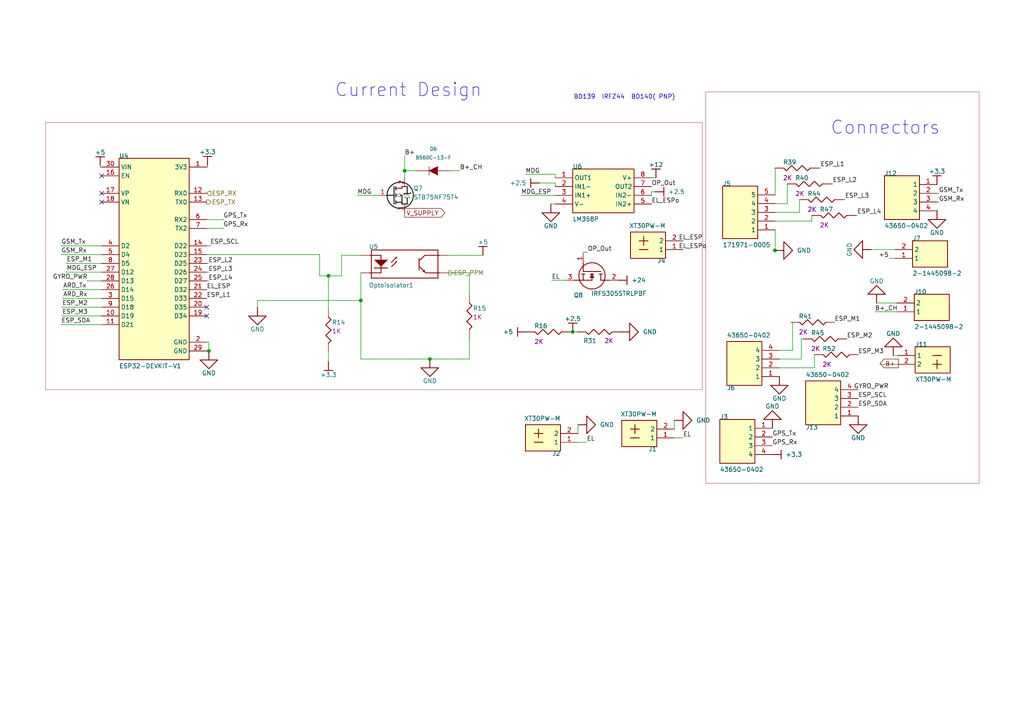
<source format=kicad_sch>
(kicad_sch (version 20231120) (generator "eeschema") (generator_version "8.0")
  (paper "A4")
  (lib_symbols
    (symbol "BLDC_4-altium-import:+12_BAR" (power)
      (property "Reference" "#PWR" (at 0 0 0))
      (property "Value" "+12" (at 0 3.81 0))
      (symbol "+12_BAR_0_0"
        (pin power_in line (at 0 0 0) (length 0) hide (name "+12") (number ""))
      )
    )
    (symbol "BLDC_4-altium-import:+2.5_BAR" (power)
      (property "Reference" "#PWR" (at 0 0 0))
      (property "Value" "+2.5" (at 0 3.81 0))
      (symbol "+2.5_BAR_0_0"
        (pin power_in line (at 0 0 0) (length 0) hide (name "+2.5") (number ""))
      )
    )
    (symbol "BLDC_4-altium-import:+3.3_BAR" (power)
      (property "Reference" "#PWR" (at 0 0 0))
      (property "Value" "+3.3" (at 0 3.81 0))
      (symbol "+3.3_BAR_0_0"
        (pin power_in line (at 0 0 0) (length 0) hide (name "+3.3") (number ""))
      )
    )
    (symbol "BLDC_4-altium-import:+5_BAR" (power)
      (property "Reference" "#PWR" (at 0 0 0))
      (property "Value" "+5" (at 0 3.81 0))
      (symbol "+5_BAR_0_0"
        (pin power_in line (at 0 0 0) (length 0) hide (name "+5") (number ""))
      )
    )
    (symbol "BLDC_4-altium-import:+M5_BAR" (power)
      (property "Reference" "#PWR" (at 0 0 0))
      (property "Value" "+M5" (at 0 3.81 0))
      (symbol "+M5_BAR_0_0"
        (pin power_in line (at 0 0 0) (length 0) hide (name "+M5") (number ""))
      )
    )
    (symbol "BLDC_4-altium-import:root_0_2-1445098-2"
      (symbol "root_0_2-1445098-2_1_0"
        (pin passive line (at 0 -2.54 0) (length 5.08) (name "1") (number "1"))
        (pin passive line (at 0 0 0) (length 5.08) (name "2") (number "2"))
      )
    )
    (symbol "BLDC_4-altium-import:root_0_ESP32-DEVKIT-V1"
      (symbol "root_0_ESP32-DEVKIT-V1_1_0"
        (pin output line (at 15.24 25.4 180) (length 5.08) (name "3V3") (number "1"))
        (pin bidirectional line (at -15.24 -17.78 0) (length 5.08) (name "D19") (number "10"))
        (pin bidirectional line (at -15.24 -20.32 0) (length 5.08) (name "D21") (number "11"))
        (pin input line (at 15.24 17.78 180) (length 5.08) (name "RX0") (number "12"))
        (pin output line (at 15.24 15.24 180) (length 5.08) (name "TX0") (number "13"))
        (pin bidirectional line (at 15.24 2.54 180) (length 5.08) (name "D22") (number "14"))
        (pin bidirectional line (at 15.24 0 180) (length 5.08) (name "D23") (number "15"))
        (pin input line (at -15.24 22.86 0) (length 5.08) (name "EN") (number "16"))
        (pin bidirectional line (at -15.24 17.78 0) (length 5.08) (name "VP") (number "17"))
        (pin bidirectional line (at -15.24 15.24 0) (length 5.08) (name "VN") (number "18"))
        (pin bidirectional line (at 15.24 -17.78 180) (length 5.08) (name "D34") (number "19"))
        (pin power_in line (at 15.24 -25.4 180) (length 5.08) (name "GND") (number "2"))
        (pin bidirectional line (at 15.24 -15.24 180) (length 5.08) (name "D35") (number "20"))
        (pin bidirectional line (at 15.24 -10.16 180) (length 5.08) (name "D32") (number "21"))
        (pin bidirectional line (at 15.24 -12.7 180) (length 5.08) (name "D33") (number "22"))
        (pin bidirectional line (at 15.24 -2.54 180) (length 5.08) (name "D25") (number "23"))
        (pin bidirectional line (at 15.24 -5.08 180) (length 5.08) (name "D26") (number "24"))
        (pin bidirectional line (at 15.24 -7.62 180) (length 5.08) (name "D27") (number "25"))
        (pin bidirectional line (at -15.24 -10.16 0) (length 5.08) (name "D14") (number "26"))
        (pin bidirectional line (at -15.24 -5.08 0) (length 5.08) (name "D12") (number "27"))
        (pin bidirectional line (at -15.24 -7.62 0) (length 5.08) (name "D13") (number "28"))
        (pin power_in line (at 15.24 -27.94 180) (length 5.08) (name "GND") (number "29"))
        (pin bidirectional line (at -15.24 -12.7 0) (length 5.08) (name "D15") (number "3"))
        (pin input line (at -15.24 25.4 0) (length 5.08) (name "VIN") (number "30"))
        (pin bidirectional line (at -15.24 2.54 0) (length 5.08) (name "D2") (number "4"))
        (pin bidirectional line (at -15.24 0 0) (length 5.08) (name "D4") (number "5"))
        (pin input line (at 15.24 10.16 180) (length 5.08) (name "RX2") (number "6"))
        (pin output line (at 15.24 7.62 180) (length 5.08) (name "TX2") (number "7"))
        (pin bidirectional line (at -15.24 -2.54 0) (length 5.08) (name "D5") (number "8"))
        (pin bidirectional line (at -15.24 -15.24 0) (length 5.08) (name "D18") (number "9"))
      )
    )
    (symbol "BLDC_4-altium-import:root_0_LM358P"
      (symbol "root_0_LM358P_1_0"
        (pin passive line (at 0 0 0) (length 5.08) (name "OUT1") (number "1"))
        (pin passive line (at 0 -2.54 0) (length 5.08) (name "IN1-") (number "2"))
        (pin passive line (at 0 -5.08 0) (length 5.08) (name "IN1+") (number "3"))
        (pin passive line (at 0 -7.62 0) (length 5.08) (name "V-") (number "4"))
        (pin passive line (at 27.94 -7.62 180) (length 5.08) (name "IN2+") (number "5"))
        (pin passive line (at 27.94 -5.08 180) (length 5.08) (name "IN2-") (number "6"))
        (pin passive line (at 27.94 -2.54 180) (length 5.08) (name "OUT2") (number "7"))
        (pin passive line (at 27.94 0 180) (length 5.08) (name "V+") (number "8"))
      )
    )
    (symbol "BLDC_4-altium-import:root_0_Optoisolator1"
      (symbol "root_0_Optoisolator1_1_0"
        (pin passive line (at -2.54 -2.54 0) (length 2.54) (name "A") (number "1"))
        (pin passive line (at -2.54 -7.62 0) (length 2.54) (name "K") (number "2"))
        (pin passive line (at 22.86 -7.62 180) (length 2.54) (name "E") (number "3"))
        (pin passive line (at 22.86 -2.54 180) (length 2.54) (name "C") (number "4"))
      )
    )
    (symbol "BLDC_4-altium-import:root_0_STB75NF75T4"
      (symbol "root_0_STB75NF75T4_1_0"
        (pin passive line (at 2.54 5.08 0) (length 2.54) (name "G") (number "1"))
        (pin passive line (at 10.16 10.16 270) (length 2.54) (name "D") (number "2"))
        (pin passive line (at 10.16 0 90) (length 2.54) (name "S") (number "3"))
      )
    )
    (symbol "BLDC_4-altium-import:root_0_XT30PW-M"
      (symbol "root_0_XT30PW-M_1_0"
        (pin passive line (at 0 0 0) (length 5.08) (name "1") (number "1"))
        (pin passive line (at 0 -2.54 0) (length 5.08) (name "2") (number "2"))
      )
    )
    (symbol "BLDC_4-altium-import:root_2_171971-0005"
      (symbol "root_2_171971-0005_1_0"
        (pin passive line (at 0 0 180) (length 5.08) (name "1") (number "1"))
        (pin passive line (at 0 2.54 180) (length 5.08) (name "2") (number "2"))
        (pin passive line (at 0 5.08 180) (length 5.08) (name "3") (number "3"))
        (pin passive line (at 0 7.62 180) (length 5.08) (name "4") (number "4"))
        (pin passive line (at 0 10.16 180) (length 5.08) (name "5") (number "5"))
      )
    )
    (symbol "BLDC_4-altium-import:root_2_43650-0402"
      (symbol "root_2_43650-0402_1_0"
        (pin passive line (at 0 7.62 180) (length 5.08) (name "1") (number "1"))
        (pin passive line (at 0 5.08 180) (length 5.08) (name "2") (number "2"))
        (pin passive line (at 0 2.54 180) (length 5.08) (name "3") (number "3"))
        (pin passive line (at 0 0 180) (length 5.08) (name "4") (number "4"))
      )
    )
    (symbol "BLDC_4-altium-import:root_2_Res3"
      (symbol "root_2_Res3_1_0"
        (pin passive line (at 2.54 2.54 180) (length 2.54) (name "1") (number "1"))
        (pin passive line (at -10.16 2.54 0) (length 2.54) (name "2") (number "2"))
      )
    )
    (symbol "BLDC_4-altium-import:root_3_IRF1407PBF"
      (symbol "root_3_IRF1407PBF_1_0"
        (pin passive line (at 0 0 270) (length 2.54) (name "G") (number "1"))
        (pin passive line (at 10.16 -7.62 180) (length 2.54) (name "D") (number "2"))
        (pin passive line (at -5.08 -7.62 0) (length 2.54) (name "S") (number "3"))
      )
    )
    (symbol "BLDC_4-altium-import:root_3_Res3"
      (symbol "root_3_Res3_1_0"
        (pin passive line (at -2.54 2.54 270) (length 2.54) (name "1") (number "1"))
        (pin passive line (at -2.54 -10.16 90) (length 2.54) (name "2") (number "2"))
      )
    )
    (symbol "BLDC_4-rescue:DIODE" (pin_numbers hide) (pin_names (offset 1.016) hide)
      (property "Reference" "D" (at 0 2.54 0))
      (property "Value" "DIODE" (at 0 -2.54 0))
      (symbol "DIODE_1_1"
        (pin passive line (at -5.08 0 0) (length 3.81) (name "A") (number "1"))
        (pin passive line (at 5.08 0 180) (length 3.81) (name "K") (number "2"))
      )
    )
    (symbol "GND_POWER_GROUND_10" (power)
      (property "Reference" "#PWR" (at 0 0 0))
      (property "Value" "GND" (at 0 6.35 0))
      (symbol "GND_POWER_GROUND_10_0_0"
        (pin power_in line (at 0 0 0) (length 0) hide (name "GND") (number ""))
      )
    )
    (symbol "GND_POWER_GROUND_13" (power)
      (property "Reference" "#PWR" (at 0 0 0))
      (property "Value" "GND" (at 0 6.35 0))
      (symbol "GND_POWER_GROUND_13_0_0"
        (pin power_in line (at 0 0 0) (length 0) hide (name "GND") (number ""))
      )
    )
    (symbol "GND_POWER_GROUND_15" (power)
      (property "Reference" "#PWR" (at 0 0 0))
      (property "Value" "GND" (at 0 6.35 0))
      (symbol "GND_POWER_GROUND_15_0_0"
        (pin power_in line (at 0 0 0) (length 0) hide (name "GND") (number ""))
      )
    )
    (symbol "GND_POWER_GROUND_16" (power)
      (property "Reference" "#PWR" (at 0 0 0))
      (property "Value" "GND" (at 0 6.35 0))
      (symbol "GND_POWER_GROUND_16_0_0"
        (pin power_in line (at 0 0 0) (length 0) hide (name "GND") (number ""))
      )
    )
    (symbol "GND_POWER_GROUND_18" (power)
      (property "Reference" "#PWR" (at 0 0 0))
      (property "Value" "GND" (at 0 6.35 0))
      (symbol "GND_POWER_GROUND_18_0_0"
        (pin power_in line (at 0 0 0) (length 0) hide (name "GND") (number ""))
      )
    )
    (symbol "GND_POWER_GROUND_19" (power)
      (property "Reference" "#PWR" (at 0 0 0))
      (property "Value" "GND" (at 0 6.35 0))
      (symbol "GND_POWER_GROUND_19_0_0"
        (pin power_in line (at 0 0 0) (length 0) hide (name "GND") (number ""))
      )
    )
    (symbol "GND_POWER_GROUND_20" (power)
      (property "Reference" "#PWR" (at 0 0 0))
      (property "Value" "GND" (at 0 6.35 0))
      (symbol "GND_POWER_GROUND_20_0_0"
        (pin power_in line (at 0 0 0) (length 0) hide (name "GND") (number ""))
      )
    )
    (symbol "GND_POWER_GROUND_5" (power)
      (property "Reference" "#PWR" (at 0 0 0))
      (property "Value" "GND" (at 0 6.35 0))
      (symbol "GND_POWER_GROUND_5_0_0"
        (pin power_in line (at 0 0 0) (length 0) hide (name "GND") (number ""))
      )
    )
    (symbol "GND_POWER_GROUND_6" (power)
      (property "Reference" "#PWR" (at 0 0 0))
      (property "Value" "GND" (at 0 6.35 0))
      (symbol "GND_POWER_GROUND_6_0_0"
        (pin power_in line (at 0 0 0) (length 0) hide (name "GND") (number ""))
      )
    )
    (symbol "GND_POWER_GROUND_7" (power)
      (property "Reference" "#PWR" (at 0 0 0))
      (property "Value" "GND" (at 0 6.35 0))
      (symbol "GND_POWER_GROUND_7_0_0"
        (pin power_in line (at 0 0 0) (length 0) hide (name "GND") (number ""))
      )
    )
    (symbol "GND_POWER_GROUND_8" (power)
      (property "Reference" "#PWR" (at 0 0 0))
      (property "Value" "GND" (at 0 6.35 0))
      (symbol "GND_POWER_GROUND_8_0_0"
        (pin power_in line (at 0 0 0) (length 0) hide (name "GND") (number ""))
      )
    )
    (symbol "GND_POWER_GROUND_9" (power)
      (property "Reference" "#PWR" (at 0 0 0))
      (property "Value" "GND" (at 0 6.35 0))
      (symbol "GND_POWER_GROUND_9_0_0"
        (pin power_in line (at 0 0 0) (length 0) hide (name "GND") (number ""))
      )
    )
  )
  (junction (at 224.79 72.644))
  (junction (at 104.664 87.154))
  (junction (at 95.25 80.01))
  (junction (at 166.116 96.266))
  (junction (at 117.348 49.53))
  (junction (at 124.664 104.134))
  (junction (at 60.584 101.794))
  (no_connect (at 59.944 91.634))
  (no_connect (at 29.464 50.994))
  (no_connect (at 59.944 89.094))
  (no_connect (at 29.464 58.614))
  (no_connect (at 29.464 56.074))
  (wire (pts (xy 59.944 81.474) (xy 60.452 81.474)))
  (wire (pts (xy 29.464 73.854) (xy 17.78 73.854)))
  (wire (pts (xy 196.85 72.39) (xy 198.12 72.39)))
  (wire (pts (xy 60.96 71.314) (xy 59.944 71.314)))
  (wire (pts (xy 189.992 55.626) (xy 188.976 55.626)))
  (wire (pts (xy 17.78 71.314) (xy 17.78 71.12)))
  (wire (pts (xy 29.464 84.014) (xy 18.288 84.014)))
  (wire (pts (xy 228.346 59.054) (xy 228.346 53.34)))
  (wire (pts (xy 224.84 59.054) (xy 228.346 59.054)))
  (wire (pts (xy 136.144 104.134) (xy 136.144 98.044)))
  (wire (pts (xy 92.71 80.01) (xy 95.25 80.01)))
  (wire (pts (xy 104.664 87.154) (xy 104.664 79.134)))
  (wire (pts (xy 117.348 49.53) (xy 117.348 51.562)))
  (wire (pts (xy 151.13 56.642) (xy 161.036 56.642)))
  (wire (pts (xy 29.464 91.634) (xy 18.034 91.634)))
  (wire (pts (xy 231.902 61.594) (xy 231.902 57.912)))
  (wire (pts (xy 167.386 96.266) (xy 166.116 96.266)))
  (wire (pts (xy 60.96 71.12) (xy 60.96 71.314)))
  (wire (pts (xy 99.06 74.054) (xy 104.664 74.054)))
  (wire (pts (xy 60.452 81.474) (xy 60.452 81.534)))
  (wire (pts (xy 29.464 71.314) (xy 17.78 71.314)))
  (wire (pts (xy 272.288 56.058) (xy 272.288 56.134)))
  (wire (pts (xy 161.036 53.086) (xy 161.036 54.102)))
  (wire (pts (xy 59.944 76.394) (xy 60.452 76.394)))
  (wire (pts (xy 156.464 53.086) (xy 161.036 53.086)))
  (wire (pts (xy 59.944 78.934) (xy 60.452 78.934)))
  (wire (pts (xy 232.41 104.14) (xy 232.41 98.298)))
  (wire (pts (xy 237.49 48.768) (xy 237.948 48.768)))
  (wire (pts (xy 196.85 69.85) (xy 198.12 69.85)))
  (wire (pts (xy 241.046 53.34) (xy 241.504 53.34)))
  (wire (pts (xy 25.4 81.28) (xy 25.4 81.474)))
  (wire (pts (xy 226.06 101.6) (xy 229.87 101.6)))
  (wire (pts (xy 160.02 81.28) (xy 164.084 81.28)))
  (wire (pts (xy 59.944 101.794) (xy 60.584 101.794)))
  (wire (pts (xy 244.602 57.912) (xy 245.06 57.912)))
  (wire (pts (xy 271.764 58.598) (xy 272.288 58.598)))
  (wire (pts (xy 248.158 62.484) (xy 248.616 62.484)))
  (wire (pts (xy 232.41 104.14) (xy 226.06 104.14)))
  (wire (pts (xy 124.664 104.134) (xy 136.144 104.134)))
  (wire (pts (xy 241.504 53.34) (xy 241.504 53.214)))
  (wire (pts (xy 161.036 50.546) (xy 161.036 51.562)))
  (wire (pts (xy 60.584 101.794) (xy 60.584 101.854)))
  (wire (pts (xy 74.664 87.154) (xy 104.664 87.154)))
  (wire (pts (xy 104.664 87.154) (xy 104.664 104.134)))
  (wire (pts (xy 17.78 73.854) (xy 17.78 73.66)))
  (wire (pts (xy 169.164 73.66) (xy 169.164 73.152)))
  (wire (pts (xy 130.81 49.53) (xy 133.35 49.53)))
  (wire (pts (xy 29.464 78.934) (xy 19.304 78.934)))
  (wire (pts (xy 29.464 89.094) (xy 18.034 89.094)))
  (wire (pts (xy 59.944 48.454) (xy 60.184 48.454)))
  (wire (pts (xy 104.664 104.134) (xy 124.664 104.134)))
  (wire (pts (xy 224.84 48.768) (xy 224.84 56.514)))
  (wire (pts (xy 95.25 80.01) (xy 99.06 80.01)))
  (wire (pts (xy 254.254 87.884) (xy 260.096 87.884)))
  (wire (pts (xy 224.84 64.134) (xy 235.458 64.134)))
  (wire (pts (xy 92.71 73.854) (xy 59.944 73.854)))
  (wire (pts (xy 188.976 55.626) (xy 188.976 56.642)))
  (wire (pts (xy 232.41 98.298) (xy 232.918 98.298)))
  (wire (pts (xy 224.84 72.644) (xy 224.84 66.674)))
  (wire (pts (xy 64.77 63.694) (xy 64.77 63.5)))
  (wire (pts (xy 74.664 89.134) (xy 74.664 87.154)))
  (wire (pts (xy 152.4 50.546) (xy 161.036 50.546)))
  (wire (pts (xy 59.944 66.234) (xy 64.77 66.234)))
  (wire (pts (xy 237.948 48.768) (xy 237.948 48.642)))
  (wire (pts (xy 18.034 91.634) (xy 18.034 91.44)))
  (wire (pts (xy 224.79 48.768) (xy 224.84 48.768)))
  (wire (pts (xy 29.464 48.454) (xy 29.064 48.454)))
  (wire (pts (xy 25.4 81.474) (xy 29.464 81.474)))
  (wire (pts (xy 247.65 113.03) (xy 248.92 113.03)))
  (wire (pts (xy 103.632 56.642) (xy 109.728 56.642)))
  (wire (pts (xy 95.25 104.902) (xy 95.25 102.108)))
  (wire (pts (xy 59.944 99.254) (xy 60.584 99.254)))
  (wire (pts (xy 169.164 73.152) (xy 170.434 73.152)))
  (wire (pts (xy 136.144 79.134) (xy 130.064 79.134)))
  (wire (pts (xy 190.246 51.562) (xy 188.976 51.562)))
  (wire (pts (xy 248.616 62.484) (xy 248.616 62.358)))
  (wire (pts (xy 29.464 94.174) (xy 17.78 94.174)))
  (wire (pts (xy 224.79 72.644) (xy 224.84 72.644)))
  (wire (pts (xy 257.81 74.93) (xy 259.588 74.93)))
  (wire (pts (xy 18.288 84.014) (xy 18.288 83.82)))
  (wire (pts (xy 29.464 76.394) (xy 19.304 76.394)))
  (wire (pts (xy 117.348 45.212) (xy 117.348 49.53)))
  (wire (pts (xy 64.77 66.234) (xy 64.77 66.04)))
  (wire (pts (xy 60.584 99.254) (xy 60.584 101.794)))
  (wire (pts (xy 59.944 63.694) (xy 64.77 63.694)))
  (wire (pts (xy 229.87 101.6) (xy 229.87 93.472)))
  (wire (pts (xy 60.452 78.934) (xy 60.452 78.994)))
  (wire (pts (xy 95.25 80.01) (xy 95.25 89.408)))
  (wire (pts (xy 120.65 49.53) (xy 117.348 49.53)))
  (wire (pts (xy 166.116 96.266) (xy 165.354 96.266)))
  (wire (pts (xy 140.064 74.054) (xy 130.064 74.054)))
  (wire (pts (xy 29.464 86.554) (xy 18.288 86.554)))
  (wire (pts (xy 195.58 124.46) (xy 195.58 121.92)))
  (wire (pts (xy 170.18 128.27) (xy 167.64 128.27)))
  (wire (pts (xy 92.71 80.01) (xy 92.71 73.854)))
  (wire (pts (xy 136.144 79.134) (xy 136.144 85.344)))
  (wire (pts (xy 18.288 86.554) (xy 18.288 86.36)))
  (wire (pts (xy 271.764 56.058) (xy 272.288 56.058)))
  (wire (pts (xy 224.79 72.644) (xy 224.028 72.644)))
  (wire (pts (xy 255.27 105.41) (xy 255.27 105.664)))
  (wire (pts (xy 224.84 61.594) (xy 231.902 61.594)))
  (wire (pts (xy 272.288 58.598) (xy 272.288 58.674)))
  (wire (pts (xy 198.12 127) (xy 195.58 127)))
  (wire (pts (xy 159.766 59.182) (xy 161.036 59.182)))
  (wire (pts (xy 99.06 74.054) (xy 99.06 80.01)))
  (wire (pts (xy 229.87 93.472) (xy 229.362 93.472)))
  (wire (pts (xy 60.452 76.394) (xy 60.452 76.454)))
  (wire (pts (xy 19.304 76.394) (xy 19.304 76.2)))
  (wire (pts (xy 17.78 94.174) (xy 17.78 93.98)))
  (wire (pts (xy 29.064 48.454) (xy 29.064 48.014)))
  (wire (pts (xy 245.06 57.912) (xy 245.06 57.786)))
  (wire (pts (xy 18.034 89.094) (xy 18.034 88.9)))
  (wire (pts (xy 253.746 90.424) (xy 260.096 90.424)))
  (wire (pts (xy 167.64 125.73) (xy 167.64 123.19)))
  (wire (pts (xy 19.304 78.934) (xy 19.304 78.74)))
  (wire (pts (xy 236.22 106.68) (xy 226.06 106.68)))
  (wire (pts (xy 259.588 72.39) (xy 252.73 72.39)))
  (wire (pts (xy 259.08 103.124) (xy 260.35 103.124)))
  (wire (pts (xy 60.184 48.454) (xy 60.184 47.914)))
  (wire (pts (xy 255.27 105.664) (xy 260.35 105.664)))
  (wire (pts (xy 236.22 102.87) (xy 236.22 106.68)))
  (wire (pts (xy 235.458 64.134) (xy 235.458 62.484)))
  (rectangle (start 204.724 26.67) (end 283.972 140.208) (stroke (width 0.0254) (color 128 0 0 1)))
  (rectangle (start 13.208 35.56) (end 203.708 113.03) (stroke (width 0.0254) (color 128 0 0 1)))
  (text "BD139  IRFZ44  BD140( PNP)" (at 166.37 28.956 0) (effects (font (size 1.27 1.27)) (justify left bottom)))
  (text "Current Design" (at 97.028 28.448 0) (effects (font (size 3.81 3.81)) (justify left bottom)))
  (text "Connectors" (at 240.792 39.37 0) (effects (font (size 3.81 3.81)) (justify left bottom)))
  (label "EL" (at 198.12 127 0))
  (label "GSM_Rx" (at 272.288 58.674 0))
  (label "GSM_Tx" (at 17.78 71.12 0))
  (label "ESP_M2" (at 245.618 98.298 0))
  (label "MDG" (at 103.632 56.642 0))
  (label "ESP_M3" (at 18.034 91.44 0))
  (label "ESP_M1" (at 242.062 93.472 0))
  (label "ESP_L1" (at 59.944 86.554 0))
  (label "ESP_SDA" (at 248.92 118.11 0))
  (label "EL" (at 170.18 128.27 0))
  (label "ESP_L2" (at 60.452 76.454 0))
  (label "B+" (at 117.348 45.212 0))
  (label "GPS_Rx" (at 224.028 129.286 0))
  (label "GPS_Tx" (at 224.028 126.746 0))
  (label "GSM_Rx" (at 17.78 73.66 0))
  (label "ARD_Tx" (at 18.288 83.82 0))
  (label "ESP_SDA" (at 17.78 93.98 0))
  (label "MDG_ESP" (at 151.13 56.642 0))
  (label "EL_ESP" (at 196.85 69.85 0))
  (label "ESP_L3" (at 60.452 78.994 0))
  (label "ESP_L1" (at 237.948 48.642 0))
  (label "ESP_L4" (at 248.616 62.358 0))
  (label "EL" (at 160.02 81.28 0))
  (label "ESP_M2" (at 18.034 88.9 0))
  (label "EL_ESPo" (at 188.976 59.182 0))
  (label "OP_Out" (at 188.976 54.102 0))
  (label "+5" (at 257.81 74.93 180))
  (label "GPS_Rx" (at 64.77 66.04 0))
  (label "B+_CH" (at 253.746 90.424 0))
  (label "ESP_SCL" (at 248.92 115.57 0))
  (label "ESP_L2" (at 241.504 53.214 0))
  (label "MDG" (at 152.4 50.546 0))
  (label "ESP_L4" (at 60.452 81.534 0))
  (label "ESP_SCL" (at 60.96 71.12 0))
  (label "B+_CH" (at 133.35 49.53 0))
  (label "EL_ESP" (at 59.944 84.014 0))
  (label "ESP_L3" (at 245.06 57.786 0))
  (label "OP_Out" (at 170.434 73.152 0))
  (label "MDG_ESP" (at 19.304 78.74 0))
  (label "ESP_M3" (at 248.92 102.87 0))
  (label "GPS_Tx" (at 64.77 63.5 0))
  (label "GYRO_PWR" (at 25.4 81.28 180))
  (label "ESP_M1" (at 19.304 76.2 0))
  (label "GYRO_PWR" (at 247.65 113.03 0))
  (label "GSM_Tx" (at 272.288 56.134 0))
  (label "EL_ESPo" (at 196.85 72.39 0))
  (label "ARD_Rx" (at 18.288 86.36 0))
  (global_label "V_SUPPLY" (shape output) (at 117.348 61.722 0) (property "Intersheetrefs" "${INTERSHEET_REFS}" (effects (hide yes))))
  (global_label "B+" (shape input) (at 255.27 105.41 0) (property "Intersheetrefs" "${INTERSHEET_REFS}" (effects (hide yes))))
  (hierarchical_label "ESP_TX" (shape output) (at 59.944 58.614 0))
  (hierarchical_label "ESP_RX" (shape input) (at 59.944 56.074 0))
  (hierarchical_label "ESP_PPM" (shape output) (at 130.064 79.134 0))
  (symbol (lib_id "BLDC_4-altium-import:+2.5_BAR") (at 189.992 55.626 90) (unit 1)
    (property "Reference" "#PWR083" (effects (hide yes)))
    (property "Value" "+2.5" (at 193.802 55.626 90) (effects (justify right)))
  )
  (symbol (lib_name "GND_POWER_GROUND_10") (lib_id "BLDC_4-altium-import:GND_POWER_GROUND") (at 60.584 101.854 0) (unit 1)
    (property "Reference" "#PWR065" (effects (hide yes)))
    (property "Value" "GND" (at 60.584 108.204 0))
  )
  (symbol (lib_id "BLDC_4-altium-import:root_2_43650-0402") (at 248.92 113.03 0) (mirror x) (unit 1)
    (property "Reference" "J13" (at 233.68 123.19 0) (effects (justify left bottom)))
    (property "Value" "43650-0402" (at 233.68 107.95 0) (effects (justify left bottom)))
    (property "Footprint" "Connector_JST:JST_EH_B4B-EH-A_1x04_P2.50mm_Vertical" (effects (hide yes)))
    (property "Description" "Connector" (effects (hide yes)))
    (property "DATASHEET LINK" "https://www.molex.com/pdm_docs/sd/436500200_sd.pdf" (effects (hide yes)))
    (property "HEIGHT" "5.57mm" (effects (hide yes)))
    (property "MANUFACTURER_NAME" "Molex" (effects (hide yes)))
    (property "MANUFACTURER_PART_NUMBER" "43650-0402" (effects (hide yes)))
    (property "MOUSER PART NUMBER" "538-43650-0402" (effects (hide yes)))
    (property "MOUSER PRICE/STOCK" "https://www.mouser.co.uk/ProductDetail/Molex/43650-0402?qs=ZDXmSm13592LQmtzhHplKg%3D%3D" (effects (hide yes)))
  )
  (symbol (lib_id "BLDC_4-altium-import:root_0_XT30PW-M") (at 198.12 72.39 180) (unit 1)
    (property "Reference" "J4" (at 193.04 74.93 0) (effects (justify left bottom)))
    (property "Value" "XT30PW-M" (at 193.04 64.77 0) (effects (justify left bottom)))
    (property "Footprint" "Connector_JST:JST_EH_B2B-EH-A_1x02_P2.50mm_Vertical" (effects (hide yes)))
    (property "Description" "Connector" (effects (hide yes)))
    (property "DATASHEET LINK" "https://www.tme.eu/sl/Document/ce4077e36b79046da520ca73227e15de/XT30PW%20SPEC.pdf" (effects (hide yes)))
    (property "HEIGHT" "5mm" (effects (hide yes)))
    (property "MANUFACTURER_NAME" "Amass" (effects (hide yes)))
    (property "MANUFACTURER_PART_NUMBER" "XT30PW-M" (effects (hide yes)))
  )
  (symbol (lib_id "BLDC_4-altium-import:root_0_XT30PW-M") (at 195.58 127 180) (unit 1)
    (property "Reference" "J1" (at 190.5 129.54 0) (effects (justify left bottom)))
    (property "Value" "XT30PW-M" (at 190.5 119.38 0) (effects (justify left bottom)))
    (property "Footprint" "Connector_JST:JST_EH_B2B-EH-A_1x02_P2.50mm_Vertical" (effects (hide yes)))
    (property "Description" "Connector" (effects (hide yes)))
    (property "DATASHEET LINK" "https://www.tme.eu/sl/Document/ce4077e36b79046da520ca73227e15de/XT30PW%20SPEC.pdf" (effects (hide yes)))
    (property "HEIGHT" "5mm" (effects (hide yes)))
    (property "MANUFACTURER_NAME" "Amass" (effects (hide yes)))
    (property "MANUFACTURER_PART_NUMBER" "XT30PW-M" (effects (hide yes)))
  )
  (symbol (lib_name "GND_POWER_GROUND_8") (lib_id "BLDC_4-altium-import:GND_POWER_GROUND") (at 248.92 120.65 0) (unit 1)
    (property "Reference" "#PWR099" (effects (hide yes)))
    (property "Value" "GND" (at 248.92 127 0))
  )
  (symbol (lib_id "BLDC_4-altium-import:+3.3_BAR") (at 271.764 53.518 180) (unit 1)
    (property "Reference" "#PWR097" (effects (hide yes)))
    (property "Value" "+3.3" (at 271.764 49.708 0))
  )
  (symbol (lib_id "BLDC_4-altium-import:+3.3_BAR") (at 95.25 104.902 0) (unit 1)
    (property "Reference" "#PWR073" (effects (hide yes)))
    (property "Value" "+3.3" (at 95.25 108.712 0))
  )
  (symbol (lib_name "GND_POWER_GROUND_15") (lib_id "BLDC_4-altium-import:GND_POWER_GROUND") (at 224.79 72.644 90) (unit 1)
    (property "Reference" "#PWR089" (effects (hide yes)))
    (property "Value" "GND" (at 231.14 72.644 90) (effects (justify right)))
  )
  (symbol (lib_id "BLDC_4-altium-import:root_2_Res3") (at 238.506 55.88 0) (unit 1)
    (property "Reference" "R40" (at 230.632 52.324 0) (effects (justify left bottom)))
    (property "Value" "2K" (effects (hide yes)))
    (property "Footprint" "Resistor_SMD:R_1210_3225Metric" (effects (hide yes)))
    (property "Description" "Resistor" (effects (hide yes)))
    (property "PUBLISHED" "8-Jun-2000" (effects (hide yes)))
    (property "LATESTREVISIONDATE" "29-May-2009" (effects (hide yes)))
    (property "LATESTREVISIONNOTE" "IPC-7351 Footprint Added." (effects (hide yes)))
    (property "PACKAGEREFERENCE" "J1-0603" (effects (hide yes)))
    (property "PUBLISHER" "Altium Limited" (effects (hide yes)))
    (property "PACKAGEDESCRIPTION" "Chip Resistor" (effects (hide yes)))
    (property "ALTIUM_VALUE" "2K" (at 230.632 56.896 0) (effects (justify left bottom)))
  )
  (symbol (lib_id "BLDC_4-altium-import:root_0_ESP32-DEVKIT-V1") (at 44.704 73.854 0) (unit 1)
    (property "Reference" "U4" (at 34.544 45.914 0) (effects (justify left bottom)))
    (property "Value" "ESP32-DEVKIT-V1" (at 34.544 106.874 0) (effects (justify left bottom)))
    (property "Footprint" "Module:MODULE_ESP32_DEVKIT_V1" (effects (hide yes)))
    (property "Description" "Dual core, Wi-Fi: 2.4 GHz up to 150 Mbits/s,BLE (Bluetooth Low Energy) and legacy Bluetooth, 32 bits, Up to 240 MHz" (effects (hide yes)))
    (property "PRICE" "None" (effects (hide yes)))
    (property "AVAILABILITY" "Not in stock" (effects (hide yes)))
    (property "PACKAGE" "None" (effects (hide yes)))
    (property "MP" "ESP32-DEVKIT-V1" (effects (hide yes)))
    (property "ALTIUM_VALUE" "*" (effects (hide yes)))
    (property "SNAPEDA_LINK" "https://www.snapeda.com/parts/ESP32-DEVKIT-V1/Do+it/view-part/?ref=snap" (effects (hide yes)))
    (property "MF" "Do it" (effects (hide yes)))
    (property "CHECK_PRICES" "https://www.snapeda.com/parts/ESP32-DEVKIT-V1/Do+it/view-part/?ref=eda" (effects (hide yes)))
  )
  (symbol (lib_id "BLDC_4-altium-import:root_0_STB75NF75T4") (at 107.188 61.722 0) (unit 1)
    (property "Reference" "Q7" (at 119.888 55.372 0) (effects (justify left bottom)))
    (property "Value" "STB75NF75T4" (at 119.888 57.912 0) (effects (justify left bottom)))
    (property "Footprint" "STB75NF75T4:VREG_L7805ACD2T" (effects (hide yes)))
  )
  (symbol (lib_id "BLDC_4-altium-import:+12_BAR") (at 190.246 51.562 180) (unit 1)
    (property "Reference" "#PWR084" (effects (hide yes)))
    (property "Value" "+12" (at 190.246 47.752 0))
  )
  (symbol (lib_name "GND_POWER_GROUND_13") (lib_id "BLDC_4-altium-import:GND_POWER_GROUND") (at 259.08 103.124 180) (unit 1)
    (property "Reference" "#PWR093" (effects (hide yes)))
    (property "Value" "GND" (at 259.08 96.774 0))
  )
  (symbol (lib_id "BLDC_4-altium-import:root_2_Res3") (at 245.618 65.024 0) (unit 1)
    (property "Reference" "R47" (at 237.744 61.468 0) (effects (justify left bottom)))
    (property "Value" "2K" (effects (hide yes)))
    (property "Footprint" "Resistor_SMD:R_1210_3225Metric" (effects (hide yes)))
    (property "Description" "Resistor" (effects (hide yes)))
    (property "PUBLISHED" "8-Jun-2000" (effects (hide yes)))
    (property "LATESTREVISIONDATE" "29-May-2009" (effects (hide yes)))
    (property "LATESTREVISIONNOTE" "IPC-7351 Footprint Added." (effects (hide yes)))
    (property "PACKAGEREFERENCE" "J1-0603" (effects (hide yes)))
    (property "PUBLISHER" "Altium Limited" (effects (hide yes)))
    (property "PACKAGEDESCRIPTION" "Chip Resistor" (effects (hide yes)))
    (property "ALTIUM_VALUE" "2K" (at 237.744 66.04 0) (effects (justify left bottom)))
  )
  (symbol (lib_name "GND_POWER_GROUND_16") (lib_id "BLDC_4-altium-import:GND_POWER_GROUND") (at 252.73 72.39 270) (unit 1)
    (property "Reference" "#PWR094" (effects (hide yes)))
    (property "Value" "GND" (at 246.38 72.39 0))
  )
  (symbol (lib_id "BLDC_4-altium-import:root_2_43650-0402") (at 226.06 101.6 0) (mirror x) (unit 1)
    (property "Reference" "J6" (at 210.82 111.76 0) (effects (justify left bottom)))
    (property "Value" "43650-0402" (at 210.82 96.52 0) (effects (justify left bottom)))
    (property "Footprint" "Connector_JST:JST_EH_B4B-EH-A_1x04_P2.50mm_Vertical" (effects (hide yes)))
    (property "Description" "Connector" (effects (hide yes)))
    (property "DATASHEET LINK" "https://www.molex.com/pdm_docs/sd/436500200_sd.pdf" (effects (hide yes)))
    (property "HEIGHT" "5.57mm" (effects (hide yes)))
    (property "MANUFACTURER_NAME" "Molex" (effects (hide yes)))
    (property "MANUFACTURER_PART_NUMBER" "43650-0402" (effects (hide yes)))
    (property "MOUSER PART NUMBER" "538-43650-0402" (effects (hide yes)))
    (property "MOUSER PRICE/STOCK" "https://www.mouser.co.uk/ProductDetail/Molex/43650-0402?qs=ZDXmSm13592LQmtzhHplKg%3D%3D" (effects (hide yes)))
  )
  (symbol (lib_id "BLDC_4-altium-import:+5_BAR") (at 29.064 48.014 180) (unit 1)
    (property "Reference" "#PWR063" (effects (hide yes)))
    (property "Value" "+5" (at 29.064 44.204 0))
  )
  (symbol (lib_id "BLDC_4-altium-import:+2.5_BAR") (at 166.116 96.266 180) (unit 1)
    (property "Reference" "#PWR079" (effects (hide yes)))
    (property "Value" "+2.5" (at 166.116 92.456 0))
  )
  (symbol (lib_id "BLDC_4-altium-import:root_0_LM358P") (at 161.036 51.562 0) (unit 1)
    (property "Reference" "U6" (at 166.116 49.022 0) (effects (justify left bottom)))
    (property "Value" "LM358P" (at 166.116 64.262 0) (effects (justify left bottom)))
    (property "Footprint" "Package_DIP:DIP-8_W7.62mm_Socket" (effects (hide yes)))
    (property "Description" "Integrated Circuit" (effects (hide yes)))
    (property "DATASHEET LINK" "http://www.ti.com/lit/ds/symlink/lm358a.pdf" (effects (hide yes)))
    (property "HEIGHT" "5.08mm" (effects (hide yes)))
    (property "MANUFACTURER_NAME" "Texas Instruments" (effects (hide yes)))
    (property "MANUFACTURER_PART_NUMBER" "LM358P" (effects (hide yes)))
    (property "MOUSER PART NUMBER" "595-LM358P" (effects (hide yes)))
    (property "MOUSER PRICE/STOCK" "https://www.mouser.co.uk/ProductDetail/Texas-Instruments/LM358P?qs=X1HXWTtiZ0QtOTT8%252BVnsyw%3D%3D" (effects (hide yes)))
    (property "ARROW PART NUMBER" "LM358P" (effects (hide yes)))
    (property "ARROW PRICE/STOCK" "https://www.arrow.com/en/products/lm358p/texas-instruments?region=europe" (effects (hide yes)))
  )
  (symbol (lib_id "BLDC_4-altium-import:root_2_Res3") (at 162.814 98.806 0) (unit 1)
    (property "Reference" "R16" (at 154.94 95.25 0) (effects (justify left bottom)))
    (property "Value" "2k" (effects (hide yes)))
    (property "Footprint" "Resistor_SMD:R_1210_3225Metric" (effects (hide yes)))
    (property "Description" "Resistor" (effects (hide yes)))
    (property "PUBLISHED" "8-Jun-2000" (effects (hide yes)))
    (property "LATESTREVISIONDATE" "29-May-2009" (effects (hide yes)))
    (property "LATESTREVISIONNOTE" "IPC-7351 Footprint Added." (effects (hide yes)))
    (property "PACKAGEREFERENCE" "J1-0603" (effects (hide yes)))
    (property "PUBLISHER" "Altium Limited" (effects (hide yes)))
    (property "PACKAGEDESCRIPTION" "Chip Resistor" (effects (hide yes)))
    (property "ALTIUM_VALUE" "2K" (at 154.94 99.822 0) (effects (justify left bottom)))
  )
  (symbol (lib_id "BLDC_4-altium-import:root_2_Res3") (at 243.078 100.838 0) (unit 1)
    (property "Reference" "R45" (at 235.204 97.282 0) (effects (justify left bottom)))
    (property "Value" "2K" (effects (hide yes)))
    (property "Footprint" "Resistor_SMD:R_1210_3225Metric" (effects (hide yes)))
    (property "Description" "Resistor" (effects (hide yes)))
    (property "PUBLISHED" "8-Jun-2000" (effects (hide yes)))
    (property "LATESTREVISIONDATE" "29-May-2009" (effects (hide yes)))
    (property "LATESTREVISIONNOTE" "IPC-7351 Footprint Added." (effects (hide yes)))
    (property "PACKAGEREFERENCE" "J1-0603" (effects (hide yes)))
    (property "PUBLISHER" "Altium Limited" (effects (hide yes)))
    (property "PACKAGEDESCRIPTION" "Chip Resistor" (effects (hide yes)))
    (property "ALTIUM_VALUE" "2K" (at 235.204 101.854 0) (effects (justify left bottom)))
  )
  (symbol (lib_id "BLDC_4-altium-import:root_0_Optoisolator1") (at 107.204 71.514 0) (unit 1)
    (property "Reference" "U5" (at 106.95 72.276 0) (effects (justify left bottom)))
    (property "Value" "Optoisolator1" (at 106.95 83.452 0) (effects (justify left bottom)))
    (property "Footprint" "Package_DIP:DIP-4_W7.62mm_Socket" (effects (hide yes)))
    (property "Description" "4-Pin Phototransistor Optocoupler" (effects (hide yes)))
    (property "PUBLISHED" "24-Mar-1999" (effects (hide yes)))
    (property "LATESTREVISIONDATE" "04-Mar-2005" (effects (hide yes)))
    (property "LATESTREVISIONNOTE" "Sch pins 3 & 4 Swapped." (effects (hide yes)))
    (property "DATASHEETVERSION" "Nov-2003" (effects (hide yes)))
    (property "PACKAGEREFERENCE" "DIP-4" (effects (hide yes)))
    (property "PUBLISHER" "Altium Limited" (effects (hide yes)))
  )
  (symbol (lib_id "BLDC_4-altium-import:+5_BAR") (at 152.654 96.266 270) (unit 1)
    (property "Reference" "#PWR076" (effects (hide yes)))
    (property "Value" "+5" (at 148.844 96.266 90) (effects (justify right)))
  )
  (symbol (lib_name "GND_POWER_GROUND_20") (lib_id "BLDC_4-altium-import:GND_POWER_GROUND") (at 159.766 59.182 0) (unit 1)
    (property "Reference" "#PWR078" (effects (hide yes)))
    (property "Value" "GND" (at 159.766 65.532 0))
  )
  (symbol (lib_name "GND_POWER_GROUND_19") (lib_id "BLDC_4-altium-import:GND_POWER_GROUND") (at 180.086 96.266 90) (unit 1)
    (property "Reference" "#PWR082" (effects (hide yes)))
    (property "Value" "GND" (at 186.436 96.266 90) (effects (justify right)))
  )
  (symbol (lib_id "BLDC_4-altium-import:root_2_Res3") (at 246.38 105.41 0) (unit 1)
    (property "Reference" "R52" (at 238.506 101.854 0) (effects (justify left bottom)))
    (property "Value" "2K" (effects (hide yes)))
    (property "Footprint" "Resistor_SMD:R_1210_3225Metric" (effects (hide yes)))
    (property "Description" "Resistor" (effects (hide yes)))
    (property "PUBLISHED" "8-Jun-2000" (effects (hide yes)))
    (property "LATESTREVISIONDATE" "29-May-2009" (effects (hide yes)))
    (property "LATESTREVISIONNOTE" "IPC-7351 Footprint Added." (effects (hide yes)))
    (property "PACKAGEREFERENCE" "J1-0603" (effects (hide yes)))
    (property "PUBLISHER" "Altium Limited" (effects (hide yes)))
    (property "PACKAGEDESCRIPTION" "Chip Resistor" (effects (hide yes)))
    (property "ALTIUM_VALUE" "2K" (at 238.506 106.426 0) (effects (justify left bottom)))
  )
  (symbol (lib_name "GND_POWER_GROUND_5") (lib_id "BLDC_4-altium-import:GND_POWER_GROUND") (at 124.664 104.134 0) (unit 1)
    (property "Reference" "#PWR074" (effects (hide yes)))
    (property "Value" "GND" (at 124.664 110.484 0))
  )
  (symbol (lib_id "BLDC_4-altium-import:+M5_BAR") (at 140.064 74.054 180) (unit 1)
    (property "Reference" "#PWR075" (effects (hide yes)))
    (property "Value" "+5" (at 140.064 70.244 0))
  )
  (symbol (lib_id "BLDC_4-altium-import:root_2_Res3") (at 234.95 51.308 0) (unit 1)
    (property "Reference" "R39" (at 227.076 47.752 0) (effects (justify left bottom)))
    (property "Value" "2K" (effects (hide yes)))
    (property "Footprint" "Resistor_SMD:R_1210_3225Metric" (effects (hide yes)))
    (property "Description" "Resistor" (effects (hide yes)))
    (property "PUBLISHED" "8-Jun-2000" (effects (hide yes)))
    (property "LATESTREVISIONDATE" "29-May-2009" (effects (hide yes)))
    (property "LATESTREVISIONNOTE" "IPC-7351 Footprint Added." (effects (hide yes)))
    (property "PACKAGEREFERENCE" "J1-0603" (effects (hide yes)))
    (property "PUBLISHER" "Altium Limited" (effects (hide yes)))
    (property "PACKAGEDESCRIPTION" "Chip Resistor" (effects (hide yes)))
    (property "ALTIUM_VALUE" "2K" (at 227.076 52.324 0) (effects (justify left bottom)))
  )
  (symbol (lib_name "GND_POWER_GROUND_7") (lib_id "BLDC_4-altium-import:GND_POWER_GROUND") (at 224.028 124.206 180) (unit 1)
    (property "Reference" "#PWR086" (effects (hide yes)))
    (property "Value" "GND" (at 224.028 117.856 0))
  )
  (symbol (lib_id "BLDC_4-altium-import:root_3_Res3") (at 138.684 87.884 0) (unit 1)
    (property "Reference" "R15" (at 137.16 90.17 0) (effects (justify left bottom)))
    (property "Value" "1K" (effects (hide yes)))
    (property "Footprint" "Resistor_SMD:R_1210_3225Metric" (effects (hide yes)))
    (property "Description" "Resistor" (effects (hide yes)))
    (property "PUBLISHED" "8-Jun-2000" (effects (hide yes)))
    (property "LATESTREVISIONDATE" "29-May-2009" (effects (hide yes)))
    (property "LATESTREVISIONNOTE" "IPC-7351 Footprint Added." (effects (hide yes)))
    (property "PACKAGEREFERENCE" "J1-0603" (effects (hide yes)))
    (property "PUBLISHER" "Altium Limited" (effects (hide yes)))
    (property "PACKAGEDESCRIPTION" "Chip Resistor" (effects (hide yes)))
    (property "ALTIUM_VALUE" "1K" (at 137.16 92.71 0) (effects (justify left bottom)))
  )
  (symbol (lib_name "GND_POWER_GROUND_9") (lib_id "BLDC_4-altium-import:GND_POWER_GROUND") (at 74.664 89.134 0) (unit 1)
    (property "Reference" "#PWR072" (effects (hide yes)))
    (property "Value" "GND" (at 74.664 95.484 0))
  )
  (symbol (lib_id "BLDC_4-altium-import:root_3_Res3") (at 97.79 91.948 0) (unit 1)
    (property "Reference" "R14" (at 96.266 94.234 0) (effects (justify left bottom)))
    (property "Value" "1k" (effects (hide yes)))
    (property "Footprint" "Resistor_SMD:R_1210_3225Metric" (effects (hide yes)))
    (property "Description" "Resistor" (effects (hide yes)))
    (property "PUBLISHED" "8-Jun-2000" (effects (hide yes)))
    (property "LATESTREVISIONDATE" "29-May-2009" (effects (hide yes)))
    (property "LATESTREVISIONNOTE" "IPC-7351 Footprint Added." (effects (hide yes)))
    (property "PACKAGEREFERENCE" "J1-0603" (effects (hide yes)))
    (property "PUBLISHER" "Altium Limited" (effects (hide yes)))
    (property "PACKAGEDESCRIPTION" "Chip Resistor" (effects (hide yes)))
    (property "ALTIUM_VALUE" "1K" (at 96.266 96.774 0) (effects (justify left bottom)))
  )
  (symbol (lib_id "BLDC_4-altium-import:+2.5_BAR") (at 156.464 53.086 270) (unit 1)
    (property "Reference" "#PWR077" (effects (hide yes)))
    (property "Value" "+2.5" (at 152.654 53.086 90) (effects (justify right)))
  )
  (symbol (lib_name "GND_POWER_GROUND_8") (lib_id "BLDC_4-altium-import:GND_POWER_GROUND") (at 226.06 109.22 0) (unit 1)
    (property "Reference" "#PWR090" (effects (hide yes)))
    (property "Value" "GND" (at 226.06 115.57 0))
  )
  (symbol (lib_id "BLDC_4-altium-import:root_2_171971-0005") (at 224.84 66.674 0) (unit 1)
    (property "Reference" "J5" (at 209.6 53.974 0) (effects (justify left bottom)))
    (property "Value" "171971-0005" (at 209.6 71.754 0) (effects (justify left bottom)))
    (property "Footprint" "Connector_JST:JST_EH_B5B-EH-A_1x05_P2.50mm_Vertical" (effects (hide yes)))
    (property "Description" "Connector" (effects (hide yes)))
    (property "DATASHEET LINK" "https://www.molex.com/pdm_docs/sd/1719710005_sd.pdf" (effects (hide yes)))
    (property "HEIGHT" "11.8mm" (effects (hide yes)))
    (property "MANUFACTURER_NAME" "Molex" (effects (hide yes)))
    (property "MANUFACTURER_PART_NUMBER" "171971-0005" (effects (hide yes)))
    (property "MOUSER PART NUMBER" "538-171971-0005" (effects (hide yes)))
    (property "MOUSER PRICE/STOCK" "https://www.mouser.co.uk/ProductDetail/Molex/171971-0005?qs=lc2O%252BfHJPVaHzX1glCYU2g%3D%3D" (effects (hide yes)))
    (property "ARROW PART NUMBER" "171971-0005" (effects (hide yes)))
    (property "ARROW PRICE/STOCK" "https://www.arrow.com/en/products/1719710005/molex?region=europe" (effects (hide yes)))
  )
  (symbol (lib_name "GND_POWER_GROUND_16") (lib_id "BLDC_4-altium-import:GND_POWER_GROUND") (at 254.254 87.884 180) (unit 1)
    (property "Reference" "#PWR091" (effects (hide yes)))
    (property "Value" "GND" (at 254.254 81.534 0))
  )
  (symbol (lib_id "BLDC_4-altium-import:root_0_2-1445098-2") (at 260.096 87.884 0) (unit 1)
    (property "Reference" "J10" (at 265.176 85.344 0) (effects (justify left bottom)))
    (property "Value" "2-1445098-2" (at 265.176 95.504 0) (effects (justify left bottom)))
    (property "Footprint" "Connector_AMASS:AMASS_XT30U-F_1x02_P5.0mm_Vertical" (effects (hide yes)))
    (property "Description" "Connector" (effects (hide yes)))
    (property "DATASHEET LINK" "https://www.te.com/commerce/DocumentDelivery/DDEController?Action=srchrtrv&DocNm=micro-mate-n-lok-connector-qrg&DocType=Data%20Sheet&DocLang=English&PartCntxt=2-1445098-2&DocFormat=pdf" (effects (hide yes)))
    (property "HEIGHT" "5.67mm" (effects (hide yes)))
    (property "MANUFACTURER_NAME" "TE Connectivity" (effects (hide yes)))
    (property "MANUFACTURER_PART_NUMBER" "2-1445098-2" (effects (hide yes)))
    (property "MOUSER PART NUMBER" "571-2-1445098-2" (effects (hide yes)))
    (property "MOUSER PRICE/STOCK" "https://www.mouser.co.uk/ProductDetail/TE-Connectivity-AMP/2-1445098-2?qs=Eu63EZxBwKKSsdV7%2Fa6T1Q%3D%3D" (effects (hide yes)))
    (property "ARROW PART NUMBER" "2-1445098-2" (effects (hide yes)))
    (property "ARROW PRICE/STOCK" "https://www.arrow.com/en/products/2-1445098-2/te-connectivity?region=nac" (effects (hide yes)))
  )
  (symbol (lib_name "GND_POWER_GROUND_18") (lib_id "BLDC_4-altium-import:GND_POWER_GROUND") (at 167.64 123.19 90) (unit 1)
    (property "Reference" "#PWR085" (effects (hide yes)))
    (property "Value" "GND" (at 173.99 123.19 90) (effects (justify right)))
  )
  (symbol (lib_id "BLDC_4-altium-import:root_3_IRF1407PBF") (at 169.164 73.66 0) (unit 1)
    (property "Reference" "Q8" (at 166.37 86.36 0) (effects (justify left bottom)))
    (property "Value" "IRF5305STRLPBF" (at 171.45 85.852 0) (effects (justify left bottom)))
    (property "Footprint" "IRF530:TRANS_IRF3205S" (effects (hide yes)))
    (property "Description" "MOSFET (N-Channel)" (effects (hide yes)))
    (property "DATASHEET LINK" "http://www.mouser.com/datasheet/2/196/irf1407pbf-1226865.pdf" (effects (hide yes)))
    (property "HEIGHT" "4.83mm" (effects (hide yes)))
    (property "MANUFACTURER_NAME" "Infineon" (effects (hide yes)))
    (property "MANUFACTURER_PART_NUMBER" "IRF1407PBF" (effects (hide yes)))
    (property "MOUSER PART NUMBER" "942-IRF1407PBF" (effects (hide yes)))
    (property "MOUSER PRICE/STOCK" "https://www.mouser.co.uk/ProductDetail/Infineon-Technologies/IRF1407PBF?qs=2r01AXMCG3MFomct0c3JxA%3D%3D" (effects (hide yes)))
    (property "ARROW PART NUMBER" "IRF1407PBF" (effects (hide yes)))
    (property "ARROW PRICE/STOCK" "https://www.arrow.com/en/products/irf1407pbf/infineon-technologies-ag?region=europe" (effects (hide yes)))
  )
  (symbol (lib_name "GND_POWER_GROUND_18") (lib_id "BLDC_4-altium-import:GND_POWER_GROUND") (at 195.58 121.92 90) (unit 1)
    (property "Reference" "#PWR0102" (effects (hide yes)))
    (property "Value" "GND" (at 201.93 121.92 90) (effects (justify right)))
  )
  (symbol (lib_id "BLDC_4-altium-import:root_2_43650-0402") (at 224.028 131.826 0) (unit 1)
    (property "Reference" "J3" (at 208.788 121.666 0) (effects (justify left bottom)))
    (property "Value" "43650-0402" (at 208.788 136.906 0) (effects (justify left bottom)))
    (property "Footprint" "Connector_JST:JST_EH_B4B-EH-A_1x04_P2.50mm_Vertical" (effects (hide yes)))
    (property "Description" "Connector" (effects (hide yes)))
    (property "DATASHEET LINK" "https://www.molex.com/pdm_docs/sd/436500200_sd.pdf" (effects (hide yes)))
    (property "HEIGHT" "5.57mm" (effects (hide yes)))
    (property "MANUFACTURER_NAME" "Molex" (effects (hide yes)))
    (property "MANUFACTURER_PART_NUMBER" "43650-0402" (effects (hide yes)))
    (property "MOUSER PART NUMBER" "538-43650-0402" (effects (hide yes)))
    (property "MOUSER PRICE/STOCK" "https://www.mouser.co.uk/ProductDetail/Molex/43650-0402?qs=ZDXmSm13592LQmtzhHplKg%3D%3D" (effects (hide yes)))
  )
  (symbol (lib_id "BLDC_4-altium-import:root_0_XT30PW-M") (at 167.64 128.27 180) (unit 1)
    (property "Reference" "J2" (at 162.56 130.81 0) (effects (justify left bottom)))
    (property "Value" "XT30PW-M" (at 162.56 120.65 0) (effects (justify left bottom)))
    (property "Footprint" "Connector_JST:JST_EH_B2B-EH-A_1x02_P2.50mm_Vertical" (effects (hide yes)))
    (property "Description" "Connector" (effects (hide yes)))
    (property "DATASHEET LINK" "https://www.tme.eu/sl/Document/ce4077e36b79046da520ca73227e15de/XT30PW%20SPEC.pdf" (effects (hide yes)))
    (property "HEIGHT" "5mm" (effects (hide yes)))
    (property "MANUFACTURER_NAME" "Amass" (effects (hide yes)))
    (property "MANUFACTURER_PART_NUMBER" "XT30PW-M" (effects (hide yes)))
  )
  (symbol (lib_id "BLDC_4-altium-import:root_0_2-1445098-2") (at 259.588 72.39 0) (unit 1)
    (property "Reference" "J7" (at 264.668 69.85 0) (effects (justify left bottom)))
    (property "Value" "2-1445098-2" (at 264.668 80.01 0) (effects (justify left bottom)))
    (property "Footprint" "Connector_AMASS:AMASS_XT30U-F_1x02_P5.0mm_Vertical" (effects (hide yes)))
    (property "Description" "Connector" (effects (hide yes)))
    (property "DATASHEET LINK" "https://www.te.com/commerce/DocumentDelivery/DDEController?Action=srchrtrv&DocNm=micro-mate-n-lok-connector-qrg&DocType=Data%20Sheet&DocLang=English&PartCntxt=2-1445098-2&DocFormat=pdf" (effects (hide yes)))
    (property "HEIGHT" "5.67mm" (effects (hide yes)))
    (property "MANUFACTURER_NAME" "TE Connectivity" (effects (hide yes)))
    (property "MANUFACTURER_PART_NUMBER" "2-1445098-2" (effects (hide yes)))
    (property "MOUSER PART NUMBER" "571-2-1445098-2" (effects (hide yes)))
    (property "MOUSER PRICE/STOCK" "https://www.mouser.co.uk/ProductDetail/TE-Connectivity-AMP/2-1445098-2?qs=Eu63EZxBwKKSsdV7%2Fa6T1Q%3D%3D" (effects (hide yes)))
    (property "ARROW PART NUMBER" "2-1445098-2" (effects (hide yes)))
    (property "ARROW PRICE/STOCK" "https://www.arrow.com/en/products/2-1445098-2/te-connectivity?region=nac" (effects (hide yes)))
  )
  (symbol (lib_id "BLDC_4-altium-import:root_2_Res3") (at 242.062 60.452 0) (unit 1)
    (property "Reference" "R44" (at 234.188 56.896 0) (effects (justify left bottom)))
    (property "Value" "2K" (effects (hide yes)))
    (property "Footprint" "Resistor_SMD:R_1210_3225Metric" (effects (hide yes)))
    (property "Description" "Resistor" (effects (hide yes)))
    (property "PUBLISHED" "8-Jun-2000" (effects (hide yes)))
    (property "LATESTREVISIONDATE" "29-May-2009" (effects (hide yes)))
    (property "LATESTREVISIONNOTE" "IPC-7351 Footprint Added." (effects (hide yes)))
    (property "PACKAGEREFERENCE" "J1-0603" (effects (hide yes)))
    (property "PUBLISHER" "Altium Limited" (effects (hide yes)))
    (property "PACKAGEDESCRIPTION" "Chip Resistor" (effects (hide yes)))
    (property "ALTIUM_VALUE" "2K" (at 234.188 61.468 0) (effects (justify left bottom)))
  )
  (symbol (lib_id "BLDC_4-altium-import:root_2_43650-0402") (at 271.764 61.138 0) (unit 1)
    (property "Reference" "J12" (at 256.524 50.978 0) (effects (justify left bottom)))
    (property "Value" "43650-0402" (at 256.524 66.218 0) (effects (justify left bottom)))
    (property "Footprint" "Connector_JST:JST_EH_B4B-EH-A_1x04_P2.50mm_Vertical" (effects (hide yes)))
    (property "Description" "Connector" (effects (hide yes)))
    (property "DATASHEET LINK" "https://www.molex.com/pdm_docs/sd/436500200_sd.pdf" (effects (hide yes)))
    (property "HEIGHT" "5.57mm" (effects (hide yes)))
    (property "MANUFACTURER_NAME" "Molex" (effects (hide yes)))
    (property "MANUFACTURER_PART_NUMBER" "43650-0402" (effects (hide yes)))
    (property "MOUSER PART NUMBER" "538-43650-0402" (effects (hide yes)))
    (property "MOUSER PRICE/STOCK" "https://www.mouser.co.uk/ProductDetail/Molex/43650-0402?qs=ZDXmSm13592LQmtzhHplKg%3D%3D" (effects (hide yes)))
  )
  (symbol (lib_id "BLDC_4-altium-import:root_2_Res3") (at 177.546 98.806 0) (unit 1)
    (property "Reference" "R31" (at 169.164 99.568 0) (effects (justify left bottom)))
    (property "Value" "2k" (effects (hide yes)))
    (property "Footprint" "Resistor_SMD:R_1210_3225Metric" (effects (hide yes)))
    (property "Description" "Resistor" (effects (hide yes)))
    (property "PUBLISHED" "8-Jun-2000" (effects (hide yes)))
    (property "LATESTREVISIONDATE" "29-May-2009" (effects (hide yes)))
    (property "LATESTREVISIONNOTE" "IPC-7351 Footprint Added." (effects (hide yes)))
    (property "PACKAGEREFERENCE" "J1-0603" (effects (hide yes)))
    (property "PUBLISHER" "Altium Limited" (effects (hide yes)))
    (property "PACKAGEDESCRIPTION" "Chip Resistor" (effects (hide yes)))
    (property "ALTIUM_VALUE" "2K" (at 175.26 99.568 0) (effects (justify left bottom)))
  )
  (symbol (lib_name "GND_POWER_GROUND_6") (lib_id "BLDC_4-altium-import:GND_POWER_GROUND") (at 271.764 61.138 0) (unit 1)
    (property "Reference" "#PWR098" (effects (hide yes)))
    (property "Value" "GND" (at 271.764 67.488 0))
  )
  (symbol (lib_id "BLDC_4-altium-import:+3.3_BAR") (at 60.184 47.914 180) (unit 1)
    (property "Reference" "#PWR064" (effects (hide yes)))
    (property "Value" "+3.3" (at 60.184 44.104 0))
  )
  (symbol (lib_id "BLDC_4-altium-import:root_0_XT30PW-M") (at 260.35 103.124 0) (unit 1)
    (property "Reference" "J11" (at 265.43 100.584 0) (effects (justify left bottom)))
    (property "Value" "XT30PW-M" (at 265.43 110.744 0) (effects (justify left bottom)))
    (property "Footprint" "Connector_AMASS:AMASS_XT30U-F_1x02_P5.0mm_Vertical" (effects (hide yes)))
    (property "Description" "Connector" (effects (hide yes)))
    (property "DATASHEET LINK" "https://www.tme.eu/sl/Document/ce4077e36b79046da520ca73227e15de/XT30PW%20SPEC.pdf" (effects (hide yes)))
    (property "HEIGHT" "5mm" (effects (hide yes)))
    (property "MANUFACTURER_NAME" "Amass" (effects (hide yes)))
    (property "MANUFACTURER_PART_NUMBER" "XT30PW-M" (effects (hide yes)))
  )
  (symbol (lib_id "BLDC_4-altium-import:+12_BAR") (at 179.324 81.28 90) (unit 1)
    (property "Reference" "#PWR081" (effects (hide yes)))
    (property "Value" "+24" (at 183.134 81.28 90) (effects (justify right)))
  )
  (symbol (lib_id "BLDC_4-rescue:DIODE") (at 125.73 49.53 180) (unit 1)
    (property "Reference" "D6" (at 125.6919 43.18 0) (effects (font (size 1.016 1.016))))
    (property "Value" "B560C-13-F" (at 125.6919 45.72 0) (effects (font (size 1.016 1.016))))
    (property "Footprint" "Diode_SMD:B560C-13-F" (effects (hide yes)))
  )
  (symbol (lib_id "BLDC_4-altium-import:+3.3_BAR") (at 224.028 131.826 90) (unit 1)
    (property "Reference" "#PWR087" (effects (hide yes)))
    (property "Value" "+3.3" (at 227.838 131.826 90) (effects (justify right)))
  )
  (symbol (lib_id "BLDC_4-altium-import:root_2_Res3") (at 239.522 96.012 0) (unit 1)
    (property "Reference" "R41" (at 231.648 92.456 0) (effects (justify left bottom)))
    (property "Value" "2K" (effects (hide yes)))
    (property "Footprint" "Resistor_SMD:R_1210_3225Metric" (effects (hide yes)))
    (property "Description" "Resistor" (effects (hide yes)))
    (property "PUBLISHED" "8-Jun-2000" (effects (hide yes)))
    (property "LATESTREVISIONDATE" "29-May-2009" (effects (hide yes)))
    (property "LATESTREVISIONNOTE" "IPC-7351 Footprint Added." (effects (hide yes)))
    (property "PACKAGEREFERENCE" "J1-0603" (effects (hide yes)))
    (property "PUBLISHER" "Altium Limited" (effects (hide yes)))
    (property "PACKAGEDESCRIPTION" "Chip Resistor" (effects (hide yes)))
    (property "ALTIUM_VALUE" "2K" (at 231.648 97.028 0) (effects (justify left bottom)))
  )
)
</source>
